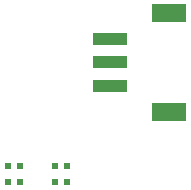
<source format=gtp>
%FSLAX23Y23*%
%MOIN*%
G70*
G01*
G75*
G04 Layer_Color=8421504*
%ADD10R,0.118X0.059*%
%ADD11R,0.118X0.039*%
%ADD12R,0.024X0.020*%
%ADD13C,0.010*%
%ADD14C,0.060*%
%ADD15C,0.236*%
%ADD16C,0.039*%
%ADD17C,0.005*%
D10*
X1577Y345D02*
D03*
Y675D02*
D03*
D11*
X1380Y589D02*
D03*
Y431D02*
D03*
Y510D02*
D03*
Y589D02*
D03*
D12*
X1040Y110D02*
D03*
X1080D02*
D03*
X1080Y165D02*
D03*
X1040D02*
D03*
X1235Y110D02*
D03*
X1195D02*
D03*
X1195Y165D02*
D03*
X1235D02*
D03*
M02*

</source>
